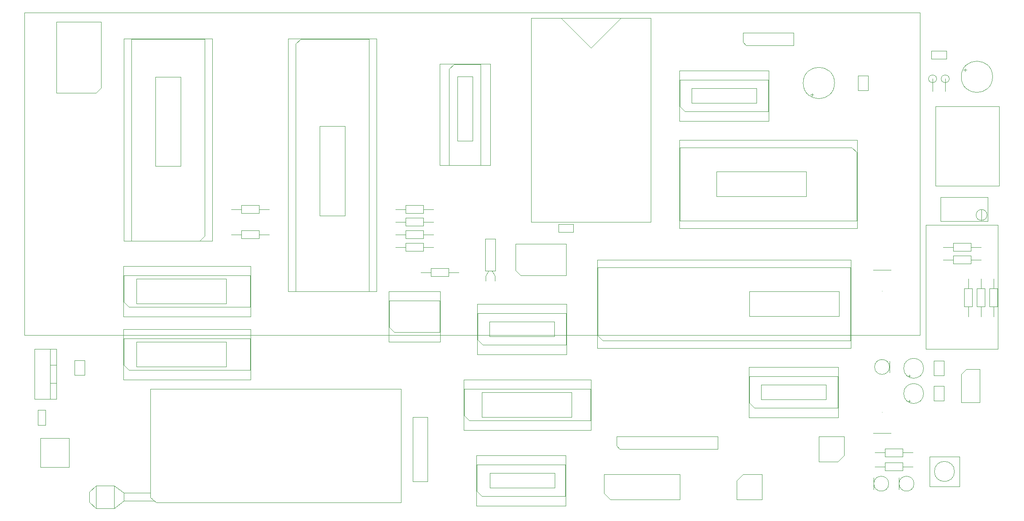
<source format=gbr>
%TF.GenerationSoftware,Novarm,DipTrace,4.3.0.5*%
%TF.CreationDate,2023-07-23T01:51:21+01:00*%
%FSLAX26Y26*%
%MOIN*%
%TF.FileFunction,Drawing,Top*%
%TF.Part,Single*%
%ADD17C,0.003937*%
G75*
G01*
%LPD*%
X7932677Y2250000D2*
D17*
Y2170866D1*
X7964173D2*
X7901181D1*
Y2029134D1*
X7964173D2*
Y2170866D1*
X7901181Y2029134D2*
X7964173D1*
X7932677Y1950000D2*
Y2029134D1*
X5647441Y3500394D2*
X6352165D1*
Y3900394D1*
X5689173Y3575394D2*
X5649803Y3614764D1*
X6349803Y3575394D2*
X5689173D1*
X5649803Y3614764D2*
Y3825394D1*
X6349803D1*
Y3575394D1*
X5647441Y3900394D2*
Y3500394D1*
X6352165Y3900394D2*
X5647441D1*
X1950000Y2547638D2*
Y4152362D1*
X1250000D1*
X1889961Y2589370D2*
X1850591Y2550000D1*
X1889961Y4150000D2*
Y2589370D1*
X1850591Y2550000D2*
X1310039D1*
Y4150000D1*
X1889961D1*
X1250000Y2547638D2*
X1950000D1*
X1250000Y4152362D2*
Y2547638D1*
X3400000Y2600000D2*
X3479134D1*
Y2631496D2*
Y2568504D1*
X3620866D1*
Y2631496D2*
X3479134D1*
X3620866Y2568504D2*
Y2631496D1*
X3700000Y2600000D2*
X3620866D1*
X4997638Y1700000D2*
X7002362D1*
Y2400000D1*
X5039370Y1760039D2*
X5000000Y1799409D1*
X7000000Y1760039D2*
X5039370D1*
X5000000Y1799409D2*
Y2339961D1*
X7000000D1*
Y1760039D1*
X4997638Y2400000D2*
Y1700000D1*
X7002362Y2400000D2*
X4997638D1*
X7625591Y603543D2*
Y721654D1*
X7861811Y603543D2*
X7625591D1*
Y721654D2*
Y839764D1*
X7861811D1*
Y603543D1*
X7664348Y721654D2*
G02X7664348Y721654I79353J0D01*
G01*
X6950000Y850000D2*
X6900000Y800000D1*
X6950000Y1000000D2*
Y850000D1*
X6900000Y800000D2*
X6750000D1*
Y1000000D1*
X6950000D1*
X2059055Y2051575D2*
Y2248425D1*
X1350394D1*
Y2051575D2*
X2059055D1*
X1350394Y2248425D2*
Y2051575D1*
X7180315Y1024803D2*
X7318110D1*
X7250000Y1191339D2*
G02X7250000Y1191339I0J0D01*
G01*
X7319041Y1024660D2*
G02X7319041Y1024660I0J0D01*
G01*
X3890945Y3340945D2*
X4009055D1*
Y3852756D1*
X3890945D2*
Y3340945D1*
X4009055Y3852756D2*
X3890945D1*
X5100000Y500000D2*
X5050000Y550000D1*
X5650000Y500000D2*
X5100000D1*
X5050000Y550000D2*
Y700000D1*
X5650000D1*
Y500000D1*
X4475000Y2700000D2*
Y4314173D1*
X5419882Y2700000D2*
X4475000D1*
X4947441Y4077953D2*
X5183661Y4314173D1*
X4475000D2*
X5419882D1*
X4711220D2*
X4947441Y4077953D1*
X5419882Y4314173D2*
Y2700000D1*
X464961Y4360236D2*
Y1801181D1*
X7551575D1*
Y4360236D1*
X464961D1*
X5175000Y900000D2*
X5150000Y925000D1*
X5950000Y900000D2*
X5175000D1*
X5150000Y925000D2*
Y1000000D1*
X5950000D1*
Y900000D1*
X8168110Y1692126D2*
Y2676378D1*
X7597244D1*
Y1692126D1*
X8168110D1*
X4690157Y2681496D2*
Y2618504D1*
X4808268D1*
Y2681496D2*
X4690157D1*
X4808268Y2618504D2*
Y2681496D1*
X2550000Y4152362D2*
Y2147638D1*
X3250000D1*
X2610039Y4110630D2*
X2649409Y4150000D1*
X2610039Y2150000D2*
Y4110630D1*
X2649409Y4150000D2*
X3189961D1*
Y2150000D1*
X2610039D1*
X3250000Y4152362D2*
X2550000D1*
X3250000Y2147638D2*
Y4152362D1*
X2100000Y2800000D2*
X2179134D1*
Y2831496D2*
Y2768504D1*
X2320866D1*
Y2831496D2*
X2179134D1*
X2320866Y2768504D2*
Y2831496D1*
X2400000Y2800000D2*
X2320866D1*
X7465846Y1472340D2*
Y1488088D1*
X7457972Y1480214D2*
X7473720D1*
X7421260Y1539370D2*
G02X7421260Y1539370I78740J0D01*
G01*
X8032677Y2400000D2*
X7953543D1*
Y2368504D2*
Y2431496D1*
X7811811D1*
Y2368504D2*
X7953543D1*
X7811811Y2431496D2*
Y2368504D1*
X7732677Y2400000D2*
X7811811D1*
X1247638Y1450000D2*
X2252362D1*
Y1850000D1*
X1289370Y1525000D2*
X1250000Y1564370D1*
X2250000Y1525000D2*
X1289370D1*
X1250000Y1564370D2*
Y1775000D1*
X2250000D1*
Y1525000D1*
X1247638Y1850000D2*
Y1450000D1*
X2252362Y1850000D2*
X1247638D1*
X8032677Y1950000D2*
Y2029134D1*
X8001181D2*
X8064173D1*
Y2170866D1*
X8001181D2*
Y2029134D1*
X8064173Y2170866D2*
X8001181D1*
X8032677Y2250000D2*
Y2170866D1*
X1501575Y3140945D2*
X1698425D1*
Y3849606D1*
X1501575D2*
Y3140945D1*
X1698425Y3849606D2*
X1501575D1*
X4084646Y1348425D2*
Y1151575D1*
X4793307D1*
Y1348425D2*
X4084646D1*
X4793307Y1151575D2*
Y1348425D1*
X4047638Y1650000D2*
X4752362D1*
Y2050000D1*
X4089370Y1725000D2*
X4050000Y1764370D1*
X4750000Y1725000D2*
X4089370D1*
X4050000Y1764370D2*
Y1975000D1*
X4750000D1*
Y1725000D1*
X4047638Y2050000D2*
Y1650000D1*
X4752362Y2050000D2*
X4047638D1*
X7193701Y871654D2*
X7272835D1*
Y903150D2*
Y840157D1*
X7414567D1*
Y903150D2*
X7272835D1*
X7414567Y840157D2*
Y903150D1*
X7493701Y871654D2*
X7414567D1*
X7650000Y3834252D2*
Y3734252D1*
X7618504Y3834252D2*
G02X7618504Y3834252I31496J0D01*
G01*
X7060630Y3741732D2*
X7139370D1*
Y3859843D1*
X7060630D2*
Y3741732D1*
X7139370Y3859843D2*
X7060630D1*
X1030610Y429134D2*
X1172343D1*
X1030610D2*
X975492Y480315D1*
X1172343Y429134D2*
X1251083Y488189D1*
X1172343Y429134D2*
Y610236D1*
X1505413Y475197D2*
X1459744Y513780D1*
X3443996Y475197D2*
X1505413D1*
X975492Y480315D2*
Y559055D1*
X1251083Y488189D2*
Y551181D1*
X1491634Y488189D2*
X1251083D1*
X1459744Y513780D2*
Y1376772D1*
X1251083Y551181D2*
X1459744D1*
X975492Y559055D2*
X1030610Y610236D1*
Y429134D1*
X1172343Y610236D2*
X1251083Y551181D1*
X1172343Y610236D2*
X1030610D1*
X1459744Y1376772D2*
X3443996D1*
Y475197D1*
X4041339Y450000D2*
X4746063D1*
Y850000D1*
X4083071Y525000D2*
X4043701Y564370D1*
X4743701Y525000D2*
X4083071D1*
X4043701Y564370D2*
Y775000D1*
X4743701D1*
Y525000D1*
X4041339Y850000D2*
Y450000D1*
X4746063Y850000D2*
X4041339D1*
X6197638Y1150000D2*
X6902362D1*
Y1550000D1*
X6239370Y1225000D2*
X6200000Y1264370D1*
X6900000Y1225000D2*
X6239370D1*
X6200000Y1264370D2*
Y1475000D1*
X6900000D1*
Y1225000D1*
X6197638Y1550000D2*
Y1150000D1*
X6902362Y1550000D2*
X6197638D1*
X7674409Y2985433D2*
Y3615354D1*
X8178346Y2985433D2*
X7674409D1*
Y3615354D2*
X8178346D1*
Y2985433D1*
X568504Y1090157D2*
X631496D1*
Y1208268D1*
X568504D2*
Y1090157D1*
X631496Y1208268D2*
X568504D1*
X6695925Y3694724D2*
Y3719528D1*
X6683524Y3707126D2*
X6708327D1*
X6625984Y3800787D2*
G02X6625984Y3800787I124016J0D01*
G01*
X7750000Y3834252D2*
Y3734252D1*
X7718504Y3834252D2*
G02X7718504Y3834252I31496J0D01*
G01*
X3400000Y2800000D2*
X3479134D1*
Y2831496D2*
Y2768504D1*
X3620866D1*
Y2831496D2*
X3479134D1*
X3620866Y2768504D2*
Y2831496D1*
X3700000Y2800000D2*
X3620866D1*
X5940945Y3098425D2*
Y2901575D1*
X6649606D1*
Y3098425D2*
X5940945D1*
X6649606Y2901575D2*
Y3098425D1*
X6175000Y4100000D2*
X6150000Y4125000D1*
X6550000Y4100000D2*
X6175000D1*
X6150000Y4125000D2*
Y4200000D1*
X6550000D1*
Y4100000D1*
X7465846Y1272340D2*
Y1288088D1*
X7457972Y1280214D2*
X7473720D1*
X7421260Y1339370D2*
G02X7421260Y1339370I78740J0D01*
G01*
X4144291Y1908661D2*
Y1790551D1*
X4656102D1*
Y1908661D2*
X4144291D1*
X4656102Y1790551D2*
Y1908661D1*
X6255906Y3640945D2*
Y3759055D1*
X5744094D1*
Y3640945D2*
X6255906D1*
X5744094Y3759055D2*
Y3640945D1*
X6806102Y1290551D2*
Y1408661D1*
X6294291D1*
Y1290551D2*
X6806102D1*
X6294291Y1408661D2*
Y1290551D1*
X1070866Y3761417D2*
X1031496Y3722047D1*
X1070866Y4285039D2*
Y3761417D1*
X716535Y3722047D2*
X1031496D1*
X716535D2*
Y4285039D1*
X1070866D1*
X717717Y1690551D2*
X544488D1*
X667717D2*
Y1296850D1*
X544488Y1690551D2*
Y1296850D1*
X717717Y1566535D2*
X667717D1*
X717717Y1420866D2*
X667717D1*
X717717Y1296850D2*
Y1690551D1*
X544488Y1296850D2*
X717717D1*
X7894724Y3904075D2*
X7919528D1*
X7907126Y3916476D2*
Y3891673D1*
X7876772Y3850000D2*
G02X7876772Y3850000I124016J0D01*
G01*
X7661614Y1282283D2*
X7740354D1*
Y1400394D1*
X7661614D2*
Y1282283D1*
X7740354Y1400394D2*
X7661614D1*
X7309055Y1504087D2*
Y1595913D1*
X7309077Y1595885D1*
X7190945Y1550000D2*
G02X7190945Y1550000I59055J0D01*
G01*
X7319685Y2318898D2*
X7181890D1*
X7250000Y2152362D2*
G02X7250000Y2152362I0J0D01*
G01*
X7180959Y2319041D2*
G02X7180959Y2319041I0J0D01*
G01*
X7493701Y760236D2*
X7414567D1*
Y728740D2*
Y791732D1*
X7272835D1*
Y728740D2*
X7414567D1*
X7272835Y791732D2*
Y728740D1*
X7193701Y760236D2*
X7272835D1*
X1247638Y1950000D2*
X2252362D1*
Y2350000D1*
X1289370Y2025000D2*
X1250000Y2064370D1*
X2250000Y2025000D2*
X1289370D1*
X1250000Y2064370D2*
Y2275000D1*
X2250000D1*
Y2025000D1*
X1247638Y2350000D2*
Y1950000D1*
X2252362Y2350000D2*
X1247638D1*
X7759055Y3993504D2*
Y4056496D1*
X7640945D1*
Y3993504D2*
X7759055D1*
X7640945Y4056496D2*
Y3993504D1*
X3900394Y2300000D2*
X3821260D1*
Y2268504D2*
Y2331496D1*
X3679528D1*
Y2268504D2*
X3821260D1*
X3679528Y2331496D2*
Y2268504D1*
X3600394Y2300000D2*
X3679528D1*
X3700394Y2500000D2*
X3621260D1*
Y2468504D2*
Y2531496D1*
X3479528D1*
Y2468504D2*
X3621260D1*
X3479528Y2531496D2*
Y2468504D1*
X3400394Y2500000D2*
X3479528D1*
X2059055Y1551575D2*
Y1748425D1*
X1350394D1*
Y1551575D2*
X2059055D1*
X1350394Y1748425D2*
Y1551575D1*
X8032677Y2500000D2*
X7953543D1*
Y2468504D2*
Y2531496D1*
X7811811D1*
Y2468504D2*
X7953543D1*
X7811811Y2531496D2*
Y2468504D1*
X7732677Y2500000D2*
X7811811D1*
X4389370Y2275000D2*
X4350000Y2314370D1*
X4750000Y2275000D2*
X4389370D1*
X4350000Y2314370D2*
Y2525000D1*
X4750000D1*
Y2275000D1*
X7877165Y1492520D2*
Y1268110D1*
Y1492520D2*
X7916535Y1531890D1*
X7877165Y1268110D2*
X8022835D1*
X7916535Y1531890D2*
X8022835D1*
Y1268110D1*
X939370Y1603543D2*
X860630D1*
Y1485433D1*
X939370D2*
Y1603543D1*
X860630Y1485433D2*
X939370D1*
X589764Y985236D2*
Y756890D1*
X818110D1*
Y985236D1*
X589764D1*
X3941339Y1050000D2*
X4946063D1*
Y1450000D1*
X3983071Y1125000D2*
X3943701Y1164370D1*
X4943701Y1125000D2*
X3983071D1*
X3943701Y1164370D2*
Y1375000D1*
X4943701D1*
Y1125000D1*
X3941339Y1450000D2*
Y1050000D1*
X4946063Y1450000D2*
X3941339D1*
X3535630Y641929D2*
X3653740D1*
Y1153740D1*
X3535630D2*
Y641929D1*
X3653740Y1153740D2*
X3535630D1*
X3750000Y3952362D2*
Y3147638D1*
X4150000D1*
X3825000Y3910630D2*
X3864370Y3950000D1*
X3825000Y3150000D2*
Y3910630D1*
X3864370Y3950000D2*
X4075000D1*
Y3150000D1*
X3825000D1*
X4150000Y3952362D2*
X3750000D1*
X4150000Y3147638D2*
Y3952362D1*
X7384646Y670520D2*
Y578693D1*
X7384623Y578722D1*
X7384646Y624606D2*
G02X7384646Y624606I59055J0D01*
G01*
X7184646Y670520D2*
Y578693D1*
X7184623Y578722D1*
X7184646Y624606D2*
G02X7184646Y624606I59055J0D01*
G01*
X7712402Y2894882D2*
Y2704724D1*
X8087598D1*
X8037598Y2712008D2*
X8037638Y2797402D1*
X8037598Y2712008D2*
X8037638Y2797402D1*
X8087598Y2894882D2*
X7712402D1*
X8087598Y2704724D2*
Y2894882D1*
X7994488Y2754724D2*
G02X7994488Y2754724I43110J0D01*
G01*
X8132677Y2250000D2*
Y2170866D1*
X8164173D2*
X8101181D1*
Y2029134D1*
X8164173D2*
Y2170866D1*
X8101181Y2029134D2*
X8164173D1*
X8132677Y1950000D2*
Y2029134D1*
X4190157Y2311024D2*
Y2566929D1*
X4109055D1*
X4187008Y2271654D2*
Y2232283D1*
X4163386Y2311024D2*
X4187008Y2271654D1*
X4135827Y2311024D2*
X4112205Y2271654D1*
Y2232283D1*
X4109055Y2311024D2*
X4190157D1*
X4109055Y2566929D2*
Y2311024D1*
X7052362Y3350000D2*
X5647638D1*
Y2650000D1*
X7010630Y3289961D2*
X7050000Y3250591D1*
X5650000Y3289961D2*
X7010630D1*
X7050000Y3250591D2*
Y2710039D1*
X5650000D1*
Y3289961D1*
X7052362Y2650000D2*
Y3350000D1*
X5647638Y2650000D2*
X7052362D1*
X3348031Y1750394D2*
X3752756D1*
Y2150394D1*
X3389764Y1825394D2*
X3350394Y1864764D1*
X3750394Y1825394D2*
X3389764D1*
X3350394Y1864764D2*
Y2075394D1*
X3750394D1*
Y1825394D1*
X3348031Y2150394D2*
Y1750394D1*
X3752756Y2150394D2*
X3348031D1*
X6100000Y650000D2*
X6150000Y700000D1*
X6100000Y500000D2*
Y650000D1*
X6150000Y700000D2*
X6300000D1*
Y500000D1*
X6100000D1*
X6909055Y1951575D2*
Y2148425D1*
X6200394D1*
Y1951575D2*
X6909055D1*
X6200394Y2148425D2*
Y1951575D1*
X4659055Y590945D2*
Y709055D1*
X4147244D1*
Y590945D2*
X4659055D1*
X4147244Y709055D2*
Y590945D1*
X3700000Y2700000D2*
X3620866D1*
Y2668504D2*
Y2731496D1*
X3479134D1*
Y2668504D2*
X3620866D1*
X3479134Y2731496D2*
Y2668504D1*
X3400000Y2700000D2*
X3479134D1*
X2100000Y2600000D2*
X2179134D1*
Y2631496D2*
Y2568504D1*
X2320866D1*
Y2631496D2*
X2179134D1*
X2320866Y2568504D2*
Y2631496D1*
X2400000Y2600000D2*
X2320866D1*
X2998425Y3459055D2*
X2801575D1*
Y2750394D1*
X2998425D2*
Y3459055D1*
X2801575Y2750394D2*
X2998425D1*
X7661614Y1482283D2*
X7740354D1*
Y1600394D1*
X7661614D2*
Y1482283D1*
X7740354Y1600394D2*
X7661614D1*
M02*

</source>
